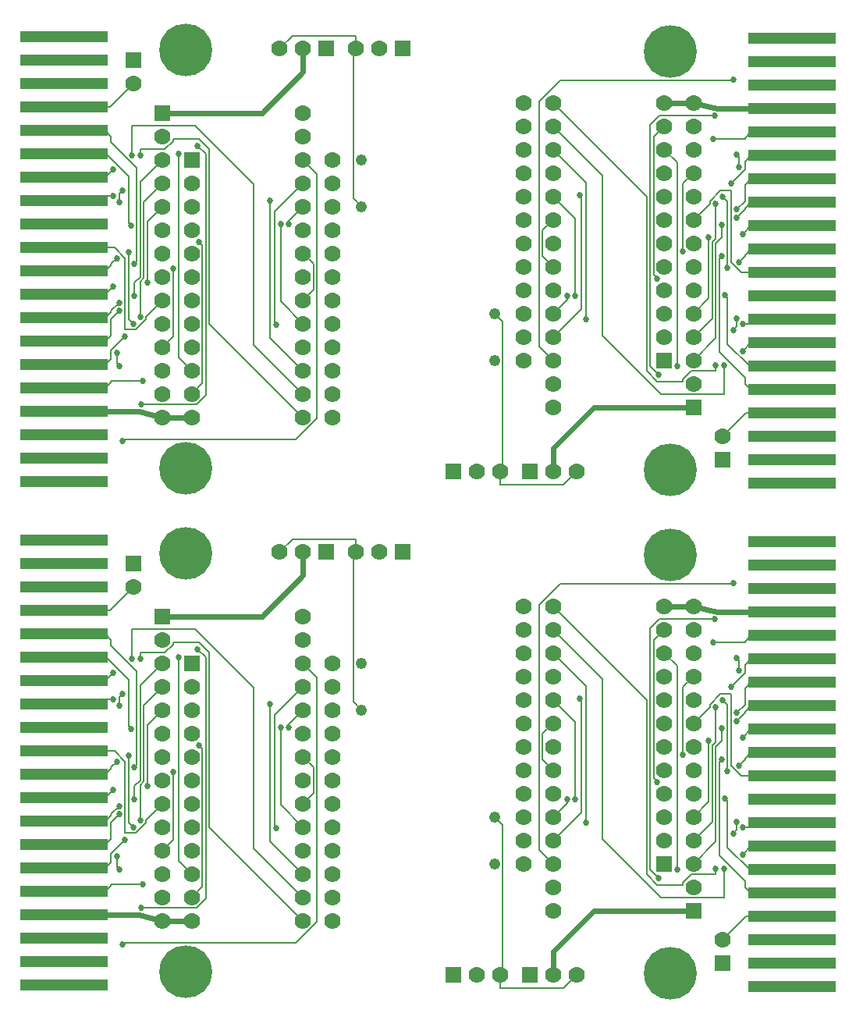
<source format=gbr>
%TF.GenerationSoftware,KiCad,Pcbnew,(5.1.10)-1*%
%TF.CreationDate,2022-10-07T13:26:38-03:00*%
%TF.ProjectId,CoCoEPROMpak,436f436f-4550-4524-9f4d-70616b2e6b69,rev?*%
%TF.SameCoordinates,Original*%
%TF.FileFunction,Copper,L2,Bot*%
%TF.FilePolarity,Positive*%
%FSLAX46Y46*%
G04 Gerber Fmt 4.6, Leading zero omitted, Abs format (unit mm)*
G04 Created by KiCad (PCBNEW (5.1.10)-1) date 2022-10-07 13:26:38*
%MOMM*%
%LPD*%
G01*
G04 APERTURE LIST*
%TA.AperFunction,ComponentPad*%
%ADD10C,1.219200*%
%TD*%
%TA.AperFunction,ComponentPad*%
%ADD11R,1.778000X1.778000*%
%TD*%
%TA.AperFunction,ComponentPad*%
%ADD12C,1.778000*%
%TD*%
%TA.AperFunction,SMDPad,CuDef*%
%ADD13R,9.525000X1.270000*%
%TD*%
%TA.AperFunction,ComponentPad*%
%ADD14C,5.715000*%
%TD*%
%TA.AperFunction,ViaPad*%
%ADD15C,0.685800*%
%TD*%
%TA.AperFunction,Conductor*%
%ADD16C,0.609600*%
%TD*%
%TA.AperFunction,Conductor*%
%ADD17C,0.152400*%
%TD*%
G04 APERTURE END LIST*
D10*
%TO.P,C1,1*%
%TO.N,+5V*%
X134213600Y-130263900D03*
%TO.P,C1,2*%
%TO.N,GND*%
X134213600Y-125183900D03*
%TD*%
D11*
%TO.P,U2,1*%
%TO.N,Net-(JP3-Pad2)*%
X155803600Y-135343900D03*
D12*
%TO.P,U2,2*%
%TO.N,/A12*%
X155803600Y-132803900D03*
%TO.P,U2,7*%
%TO.N,/A3*%
X155803600Y-120103900D03*
%TO.P,U2,8*%
%TO.N,/A2*%
X155803600Y-117563900D03*
%TO.P,U2,3*%
%TO.N,/A7*%
X155803600Y-130263900D03*
%TO.P,U2,4*%
%TO.N,/A6*%
X155803600Y-127723900D03*
%TO.P,U2,6*%
%TO.N,/A4*%
X155803600Y-122643900D03*
%TO.P,U2,5*%
%TO.N,/A5*%
X155803600Y-125183900D03*
%TO.P,U2,9*%
%TO.N,/A1*%
X155803600Y-115023900D03*
%TO.P,U2,10*%
%TO.N,/A0*%
X155803600Y-112483900D03*
%TO.P,U2,11*%
%TO.N,/D0*%
X155803600Y-109943900D03*
%TO.P,U2,12*%
%TO.N,/D1*%
X155803600Y-107403900D03*
%TO.P,U2,13*%
%TO.N,/D2*%
X155803600Y-104863900D03*
%TO.P,U2,14*%
%TO.N,GND*%
X155803600Y-102323900D03*
%TO.P,U2,15*%
%TO.N,/D3*%
X140563600Y-102323900D03*
%TO.P,U2,16*%
%TO.N,/D4*%
X140563600Y-104863900D03*
%TO.P,U2,17*%
%TO.N,/D5*%
X140563600Y-107403900D03*
%TO.P,U2,18*%
%TO.N,/D6*%
X140563600Y-109943900D03*
%TO.P,U2,19*%
%TO.N,/D7*%
X140563600Y-112483900D03*
%TO.P,U2,20*%
%TO.N,Net-(P1-Pad32)*%
X140563600Y-115023900D03*
%TO.P,U2,21*%
%TO.N,/A10*%
X140563600Y-117563900D03*
%TO.P,U2,22*%
%TO.N,Net-(P1-Pad32)*%
X140563600Y-120103900D03*
%TO.P,U2,23*%
%TO.N,/A11*%
X140563600Y-122643900D03*
%TO.P,U2,24*%
%TO.N,/A9*%
X140563600Y-125183900D03*
%TO.P,U2,25*%
%TO.N,/A8*%
X140563600Y-127723900D03*
%TO.P,U2,26*%
%TO.N,/A13*%
X140563600Y-130263900D03*
%TO.P,U2,27*%
%TO.N,Net-(JP2-Pad2)*%
X140563600Y-132803900D03*
%TO.P,U2,28*%
%TO.N,+5V*%
X140563600Y-135343900D03*
%TD*%
D11*
%TO.P,JP1,1*%
%TO.N,Net-(JP1-Pad1)*%
X158978600Y-141058900D03*
D12*
%TO.P,JP1,2*%
%TO.N,Net-(JP1-Pad2)*%
X158978600Y-138518900D03*
%TD*%
D13*
%TO.P,P1,2*%
%TO.N,Net-(P1-Pad2)*%
X166471600Y-143598900D03*
%TO.P,P1,4*%
%TO.N,Net-(P1-Pad4)*%
X166471600Y-141058900D03*
%TO.P,P1,6*%
%TO.N,Net-(P1-Pad6)*%
X166471600Y-138518900D03*
%TO.P,P1,8*%
%TO.N,Net-(JP1-Pad2)*%
X166471600Y-135978900D03*
%TO.P,P1,10*%
%TO.N,/D0*%
X166471600Y-133438900D03*
%TO.P,P1,12*%
%TO.N,/D2*%
X166471600Y-130898900D03*
%TO.P,P1,14*%
%TO.N,/D4*%
X166471600Y-128358900D03*
%TO.P,P1,16*%
%TO.N,/D6*%
X166471600Y-125818900D03*
%TO.P,P1,18*%
%TO.N,Net-(P1-Pad18)*%
X166471600Y-123278900D03*
%TO.P,P1,20*%
%TO.N,/A1*%
X166471600Y-120738900D03*
%TO.P,P1,22*%
%TO.N,/A3*%
X166471600Y-118198900D03*
%TO.P,P1,24*%
%TO.N,/A5*%
X166471600Y-115658900D03*
%TO.P,P1,26*%
%TO.N,/A7*%
X166471600Y-113118900D03*
%TO.P,P1,28*%
%TO.N,/A9*%
X166471600Y-110578900D03*
%TO.P,P1,30*%
%TO.N,/A11*%
X166471600Y-108038900D03*
%TO.P,P1,32*%
%TO.N,Net-(P1-Pad32)*%
X166471600Y-105498900D03*
%TO.P,P1,34*%
%TO.N,GND*%
X166471600Y-102958900D03*
%TO.P,P1,36*%
%TO.N,Net-(P1-Pad36)*%
X166471600Y-100418900D03*
%TO.P,P1,38*%
%TO.N,Net-(P1-Pad38)*%
X166471600Y-97878900D03*
%TO.P,P1,40*%
%TO.N,Net-(P1-Pad40)*%
X166471600Y-95338900D03*
D14*
%TO.P,P1,MTG1*%
%TO.N,Net-(P1-PadMTG1)*%
X153263600Y-142138400D03*
%TO.P,P1,MTG2*%
%TO.N,Net-(P1-PadMTG2)*%
X153263600Y-96799400D03*
%TD*%
D11*
%TO.P,JP3,1*%
%TO.N,+5V*%
X138023600Y-142328900D03*
D12*
%TO.P,JP3,2*%
%TO.N,Net-(JP3-Pad2)*%
X140563600Y-142328900D03*
%TO.P,JP3,3*%
%TO.N,GND*%
X143103600Y-142328900D03*
%TD*%
D11*
%TO.P,JP2,1*%
%TO.N,+5V*%
X129768600Y-142328900D03*
D12*
%TO.P,JP2,2*%
%TO.N,Net-(JP2-Pad2)*%
X132308600Y-142328900D03*
%TO.P,JP2,3*%
%TO.N,GND*%
X134848600Y-142328900D03*
%TD*%
D11*
%TO.P,U1,1*%
%TO.N,/A7*%
X152628600Y-130263900D03*
D12*
%TO.P,U1,2*%
%TO.N,/A6*%
X152628600Y-127723900D03*
%TO.P,U1,7*%
%TO.N,/A1*%
X152628600Y-115023900D03*
%TO.P,U1,8*%
%TO.N,/A0*%
X152628600Y-112483900D03*
%TO.P,U1,3*%
%TO.N,/A5*%
X152628600Y-125183900D03*
%TO.P,U1,4*%
%TO.N,/A4*%
X152628600Y-122643900D03*
%TO.P,U1,6*%
%TO.N,/A2*%
X152628600Y-117563900D03*
%TO.P,U1,5*%
%TO.N,/A3*%
X152628600Y-120103900D03*
%TO.P,U1,9*%
%TO.N,/D0*%
X152628600Y-109943900D03*
%TO.P,U1,10*%
%TO.N,/D1*%
X152628600Y-107403900D03*
%TO.P,U1,11*%
%TO.N,/D2*%
X152628600Y-104863900D03*
%TO.P,U1,12*%
%TO.N,GND*%
X152628600Y-102323900D03*
%TO.P,U1,13*%
%TO.N,/D3*%
X137388600Y-102323900D03*
%TO.P,U1,14*%
%TO.N,/D4*%
X137388600Y-104863900D03*
%TO.P,U1,15*%
%TO.N,/D5*%
X137388600Y-107403900D03*
%TO.P,U1,16*%
%TO.N,/D6*%
X137388600Y-109943900D03*
%TO.P,U1,17*%
%TO.N,/D7*%
X137388600Y-112483900D03*
%TO.P,U1,18*%
%TO.N,Net-(P1-Pad32)*%
X137388600Y-115023900D03*
%TO.P,U1,19*%
%TO.N,/A10*%
X137388600Y-117563900D03*
%TO.P,U1,20*%
%TO.N,Net-(P1-Pad32)*%
X137388600Y-120103900D03*
%TO.P,U1,21*%
%TO.N,/A11*%
X137388600Y-122643900D03*
%TO.P,U1,22*%
%TO.N,/A9*%
X137388600Y-125183900D03*
%TO.P,U1,23*%
%TO.N,/A8*%
X137388600Y-127723900D03*
%TO.P,U1,24*%
%TO.N,+5V*%
X137388600Y-130263900D03*
%TD*%
D14*
%TO.P,P1,MTG2*%
%TO.N,Net-(P1-PadMTG2)*%
X153263600Y-42189400D03*
%TO.P,P1,MTG1*%
%TO.N,Net-(P1-PadMTG1)*%
X153263600Y-87528400D03*
D13*
%TO.P,P1,40*%
%TO.N,Net-(P1-Pad40)*%
X166471600Y-40728900D03*
%TO.P,P1,38*%
%TO.N,Net-(P1-Pad38)*%
X166471600Y-43268900D03*
%TO.P,P1,36*%
%TO.N,Net-(P1-Pad36)*%
X166471600Y-45808900D03*
%TO.P,P1,34*%
%TO.N,GND*%
X166471600Y-48348900D03*
%TO.P,P1,32*%
%TO.N,Net-(P1-Pad32)*%
X166471600Y-50888900D03*
%TO.P,P1,30*%
%TO.N,/A11*%
X166471600Y-53428900D03*
%TO.P,P1,28*%
%TO.N,/A9*%
X166471600Y-55968900D03*
%TO.P,P1,26*%
%TO.N,/A7*%
X166471600Y-58508900D03*
%TO.P,P1,24*%
%TO.N,/A5*%
X166471600Y-61048900D03*
%TO.P,P1,22*%
%TO.N,/A3*%
X166471600Y-63588900D03*
%TO.P,P1,20*%
%TO.N,/A1*%
X166471600Y-66128900D03*
%TO.P,P1,18*%
%TO.N,Net-(P1-Pad18)*%
X166471600Y-68668900D03*
%TO.P,P1,16*%
%TO.N,/D6*%
X166471600Y-71208900D03*
%TO.P,P1,14*%
%TO.N,/D4*%
X166471600Y-73748900D03*
%TO.P,P1,12*%
%TO.N,/D2*%
X166471600Y-76288900D03*
%TO.P,P1,10*%
%TO.N,/D0*%
X166471600Y-78828900D03*
%TO.P,P1,8*%
%TO.N,Net-(JP1-Pad2)*%
X166471600Y-81368900D03*
%TO.P,P1,6*%
%TO.N,Net-(P1-Pad6)*%
X166471600Y-83908900D03*
%TO.P,P1,4*%
%TO.N,Net-(P1-Pad4)*%
X166471600Y-86448900D03*
%TO.P,P1,2*%
%TO.N,Net-(P1-Pad2)*%
X166471600Y-88988900D03*
%TD*%
D12*
%TO.P,U1,24*%
%TO.N,+5V*%
X137388600Y-75653900D03*
%TO.P,U1,23*%
%TO.N,/A8*%
X137388600Y-73113900D03*
%TO.P,U1,22*%
%TO.N,/A9*%
X137388600Y-70573900D03*
%TO.P,U1,21*%
%TO.N,/A11*%
X137388600Y-68033900D03*
%TO.P,U1,20*%
%TO.N,Net-(P1-Pad32)*%
X137388600Y-65493900D03*
%TO.P,U1,19*%
%TO.N,/A10*%
X137388600Y-62953900D03*
%TO.P,U1,18*%
%TO.N,Net-(P1-Pad32)*%
X137388600Y-60413900D03*
%TO.P,U1,17*%
%TO.N,/D7*%
X137388600Y-57873900D03*
%TO.P,U1,16*%
%TO.N,/D6*%
X137388600Y-55333900D03*
%TO.P,U1,15*%
%TO.N,/D5*%
X137388600Y-52793900D03*
%TO.P,U1,14*%
%TO.N,/D4*%
X137388600Y-50253900D03*
%TO.P,U1,13*%
%TO.N,/D3*%
X137388600Y-47713900D03*
%TO.P,U1,12*%
%TO.N,GND*%
X152628600Y-47713900D03*
%TO.P,U1,11*%
%TO.N,/D2*%
X152628600Y-50253900D03*
%TO.P,U1,10*%
%TO.N,/D1*%
X152628600Y-52793900D03*
%TO.P,U1,9*%
%TO.N,/D0*%
X152628600Y-55333900D03*
%TO.P,U1,5*%
%TO.N,/A3*%
X152628600Y-65493900D03*
%TO.P,U1,6*%
%TO.N,/A2*%
X152628600Y-62953900D03*
%TO.P,U1,4*%
%TO.N,/A4*%
X152628600Y-68033900D03*
%TO.P,U1,3*%
%TO.N,/A5*%
X152628600Y-70573900D03*
%TO.P,U1,8*%
%TO.N,/A0*%
X152628600Y-57873900D03*
%TO.P,U1,7*%
%TO.N,/A1*%
X152628600Y-60413900D03*
%TO.P,U1,2*%
%TO.N,/A6*%
X152628600Y-73113900D03*
D11*
%TO.P,U1,1*%
%TO.N,/A7*%
X152628600Y-75653900D03*
%TD*%
D12*
%TO.P,JP1,2*%
%TO.N,Net-(JP1-Pad2)*%
X158978600Y-83908900D03*
D11*
%TO.P,JP1,1*%
%TO.N,Net-(JP1-Pad1)*%
X158978600Y-86448900D03*
%TD*%
D10*
%TO.P,C1,2*%
%TO.N,GND*%
X134213600Y-70573900D03*
%TO.P,C1,1*%
%TO.N,+5V*%
X134213600Y-75653900D03*
%TD*%
D12*
%TO.P,U2,28*%
%TO.N,+5V*%
X140563600Y-80733900D03*
%TO.P,U2,27*%
%TO.N,Net-(JP2-Pad2)*%
X140563600Y-78193900D03*
%TO.P,U2,26*%
%TO.N,/A13*%
X140563600Y-75653900D03*
%TO.P,U2,25*%
%TO.N,/A8*%
X140563600Y-73113900D03*
%TO.P,U2,24*%
%TO.N,/A9*%
X140563600Y-70573900D03*
%TO.P,U2,23*%
%TO.N,/A11*%
X140563600Y-68033900D03*
%TO.P,U2,22*%
%TO.N,Net-(P1-Pad32)*%
X140563600Y-65493900D03*
%TO.P,U2,21*%
%TO.N,/A10*%
X140563600Y-62953900D03*
%TO.P,U2,20*%
%TO.N,Net-(P1-Pad32)*%
X140563600Y-60413900D03*
%TO.P,U2,19*%
%TO.N,/D7*%
X140563600Y-57873900D03*
%TO.P,U2,18*%
%TO.N,/D6*%
X140563600Y-55333900D03*
%TO.P,U2,17*%
%TO.N,/D5*%
X140563600Y-52793900D03*
%TO.P,U2,16*%
%TO.N,/D4*%
X140563600Y-50253900D03*
%TO.P,U2,15*%
%TO.N,/D3*%
X140563600Y-47713900D03*
%TO.P,U2,14*%
%TO.N,GND*%
X155803600Y-47713900D03*
%TO.P,U2,13*%
%TO.N,/D2*%
X155803600Y-50253900D03*
%TO.P,U2,12*%
%TO.N,/D1*%
X155803600Y-52793900D03*
%TO.P,U2,11*%
%TO.N,/D0*%
X155803600Y-55333900D03*
%TO.P,U2,10*%
%TO.N,/A0*%
X155803600Y-57873900D03*
%TO.P,U2,9*%
%TO.N,/A1*%
X155803600Y-60413900D03*
%TO.P,U2,5*%
%TO.N,/A5*%
X155803600Y-70573900D03*
%TO.P,U2,6*%
%TO.N,/A4*%
X155803600Y-68033900D03*
%TO.P,U2,4*%
%TO.N,/A6*%
X155803600Y-73113900D03*
%TO.P,U2,3*%
%TO.N,/A7*%
X155803600Y-75653900D03*
%TO.P,U2,8*%
%TO.N,/A2*%
X155803600Y-62953900D03*
%TO.P,U2,7*%
%TO.N,/A3*%
X155803600Y-65493900D03*
%TO.P,U2,2*%
%TO.N,/A12*%
X155803600Y-78193900D03*
D11*
%TO.P,U2,1*%
%TO.N,Net-(JP3-Pad2)*%
X155803600Y-80733900D03*
%TD*%
D12*
%TO.P,JP3,3*%
%TO.N,GND*%
X143103600Y-87718900D03*
%TO.P,JP3,2*%
%TO.N,Net-(JP3-Pad2)*%
X140563600Y-87718900D03*
D11*
%TO.P,JP3,1*%
%TO.N,+5V*%
X138023600Y-87718900D03*
%TD*%
D12*
%TO.P,JP2,3*%
%TO.N,GND*%
X134848600Y-87718900D03*
%TO.P,JP2,2*%
%TO.N,Net-(JP2-Pad2)*%
X132308600Y-87718900D03*
D11*
%TO.P,JP2,1*%
%TO.N,+5V*%
X129768600Y-87718900D03*
%TD*%
D10*
%TO.P,C1,1*%
%TO.N,+5V*%
X119786400Y-108496100D03*
%TO.P,C1,2*%
%TO.N,GND*%
X119786400Y-113576100D03*
%TD*%
D11*
%TO.P,U2,1*%
%TO.N,Net-(JP3-Pad2)*%
X98196400Y-103416100D03*
D12*
%TO.P,U2,2*%
%TO.N,/A12*%
X98196400Y-105956100D03*
%TO.P,U2,7*%
%TO.N,/A3*%
X98196400Y-118656100D03*
%TO.P,U2,8*%
%TO.N,/A2*%
X98196400Y-121196100D03*
%TO.P,U2,3*%
%TO.N,/A7*%
X98196400Y-108496100D03*
%TO.P,U2,4*%
%TO.N,/A6*%
X98196400Y-111036100D03*
%TO.P,U2,6*%
%TO.N,/A4*%
X98196400Y-116116100D03*
%TO.P,U2,5*%
%TO.N,/A5*%
X98196400Y-113576100D03*
%TO.P,U2,9*%
%TO.N,/A1*%
X98196400Y-123736100D03*
%TO.P,U2,10*%
%TO.N,/A0*%
X98196400Y-126276100D03*
%TO.P,U2,11*%
%TO.N,/D0*%
X98196400Y-128816100D03*
%TO.P,U2,12*%
%TO.N,/D1*%
X98196400Y-131356100D03*
%TO.P,U2,13*%
%TO.N,/D2*%
X98196400Y-133896100D03*
%TO.P,U2,14*%
%TO.N,GND*%
X98196400Y-136436100D03*
%TO.P,U2,15*%
%TO.N,/D3*%
X113436400Y-136436100D03*
%TO.P,U2,16*%
%TO.N,/D4*%
X113436400Y-133896100D03*
%TO.P,U2,17*%
%TO.N,/D5*%
X113436400Y-131356100D03*
%TO.P,U2,18*%
%TO.N,/D6*%
X113436400Y-128816100D03*
%TO.P,U2,19*%
%TO.N,/D7*%
X113436400Y-126276100D03*
%TO.P,U2,20*%
%TO.N,Net-(P1-Pad32)*%
X113436400Y-123736100D03*
%TO.P,U2,21*%
%TO.N,/A10*%
X113436400Y-121196100D03*
%TO.P,U2,22*%
%TO.N,Net-(P1-Pad32)*%
X113436400Y-118656100D03*
%TO.P,U2,23*%
%TO.N,/A11*%
X113436400Y-116116100D03*
%TO.P,U2,24*%
%TO.N,/A9*%
X113436400Y-113576100D03*
%TO.P,U2,25*%
%TO.N,/A8*%
X113436400Y-111036100D03*
%TO.P,U2,26*%
%TO.N,/A13*%
X113436400Y-108496100D03*
%TO.P,U2,27*%
%TO.N,Net-(JP2-Pad2)*%
X113436400Y-105956100D03*
%TO.P,U2,28*%
%TO.N,+5V*%
X113436400Y-103416100D03*
%TD*%
D11*
%TO.P,JP1,1*%
%TO.N,Net-(JP1-Pad1)*%
X95021400Y-97701100D03*
D12*
%TO.P,JP1,2*%
%TO.N,Net-(JP1-Pad2)*%
X95021400Y-100241100D03*
%TD*%
D13*
%TO.P,P1,2*%
%TO.N,Net-(P1-Pad2)*%
X87528400Y-95161100D03*
%TO.P,P1,4*%
%TO.N,Net-(P1-Pad4)*%
X87528400Y-97701100D03*
%TO.P,P1,6*%
%TO.N,Net-(P1-Pad6)*%
X87528400Y-100241100D03*
%TO.P,P1,8*%
%TO.N,Net-(JP1-Pad2)*%
X87528400Y-102781100D03*
%TO.P,P1,10*%
%TO.N,/D0*%
X87528400Y-105321100D03*
%TO.P,P1,12*%
%TO.N,/D2*%
X87528400Y-107861100D03*
%TO.P,P1,14*%
%TO.N,/D4*%
X87528400Y-110401100D03*
%TO.P,P1,16*%
%TO.N,/D6*%
X87528400Y-112941100D03*
%TO.P,P1,18*%
%TO.N,Net-(P1-Pad18)*%
X87528400Y-115481100D03*
%TO.P,P1,20*%
%TO.N,/A1*%
X87528400Y-118021100D03*
%TO.P,P1,22*%
%TO.N,/A3*%
X87528400Y-120561100D03*
%TO.P,P1,24*%
%TO.N,/A5*%
X87528400Y-123101100D03*
%TO.P,P1,26*%
%TO.N,/A7*%
X87528400Y-125641100D03*
%TO.P,P1,28*%
%TO.N,/A9*%
X87528400Y-128181100D03*
%TO.P,P1,30*%
%TO.N,/A11*%
X87528400Y-130721100D03*
%TO.P,P1,32*%
%TO.N,Net-(P1-Pad32)*%
X87528400Y-133261100D03*
%TO.P,P1,34*%
%TO.N,GND*%
X87528400Y-135801100D03*
%TO.P,P1,36*%
%TO.N,Net-(P1-Pad36)*%
X87528400Y-138341100D03*
%TO.P,P1,38*%
%TO.N,Net-(P1-Pad38)*%
X87528400Y-140881100D03*
%TO.P,P1,40*%
%TO.N,Net-(P1-Pad40)*%
X87528400Y-143421100D03*
D14*
%TO.P,P1,MTG1*%
%TO.N,Net-(P1-PadMTG1)*%
X100736400Y-96621600D03*
%TO.P,P1,MTG2*%
%TO.N,Net-(P1-PadMTG2)*%
X100736400Y-141960600D03*
%TD*%
D11*
%TO.P,JP3,1*%
%TO.N,+5V*%
X115976400Y-96431100D03*
D12*
%TO.P,JP3,2*%
%TO.N,Net-(JP3-Pad2)*%
X113436400Y-96431100D03*
%TO.P,JP3,3*%
%TO.N,GND*%
X110896400Y-96431100D03*
%TD*%
D11*
%TO.P,JP2,1*%
%TO.N,+5V*%
X124231400Y-96431100D03*
D12*
%TO.P,JP2,2*%
%TO.N,Net-(JP2-Pad2)*%
X121691400Y-96431100D03*
%TO.P,JP2,3*%
%TO.N,GND*%
X119151400Y-96431100D03*
%TD*%
D11*
%TO.P,U1,1*%
%TO.N,/A7*%
X101371400Y-108496100D03*
D12*
%TO.P,U1,2*%
%TO.N,/A6*%
X101371400Y-111036100D03*
%TO.P,U1,7*%
%TO.N,/A1*%
X101371400Y-123736100D03*
%TO.P,U1,8*%
%TO.N,/A0*%
X101371400Y-126276100D03*
%TO.P,U1,3*%
%TO.N,/A5*%
X101371400Y-113576100D03*
%TO.P,U1,4*%
%TO.N,/A4*%
X101371400Y-116116100D03*
%TO.P,U1,6*%
%TO.N,/A2*%
X101371400Y-121196100D03*
%TO.P,U1,5*%
%TO.N,/A3*%
X101371400Y-118656100D03*
%TO.P,U1,9*%
%TO.N,/D0*%
X101371400Y-128816100D03*
%TO.P,U1,10*%
%TO.N,/D1*%
X101371400Y-131356100D03*
%TO.P,U1,11*%
%TO.N,/D2*%
X101371400Y-133896100D03*
%TO.P,U1,12*%
%TO.N,GND*%
X101371400Y-136436100D03*
%TO.P,U1,13*%
%TO.N,/D3*%
X116611400Y-136436100D03*
%TO.P,U1,14*%
%TO.N,/D4*%
X116611400Y-133896100D03*
%TO.P,U1,15*%
%TO.N,/D5*%
X116611400Y-131356100D03*
%TO.P,U1,16*%
%TO.N,/D6*%
X116611400Y-128816100D03*
%TO.P,U1,17*%
%TO.N,/D7*%
X116611400Y-126276100D03*
%TO.P,U1,18*%
%TO.N,Net-(P1-Pad32)*%
X116611400Y-123736100D03*
%TO.P,U1,19*%
%TO.N,/A10*%
X116611400Y-121196100D03*
%TO.P,U1,20*%
%TO.N,Net-(P1-Pad32)*%
X116611400Y-118656100D03*
%TO.P,U1,21*%
%TO.N,/A11*%
X116611400Y-116116100D03*
%TO.P,U1,22*%
%TO.N,/A9*%
X116611400Y-113576100D03*
%TO.P,U1,23*%
%TO.N,/A8*%
X116611400Y-111036100D03*
%TO.P,U1,24*%
%TO.N,+5V*%
X116611400Y-108496100D03*
%TD*%
D14*
%TO.P,P1,MTG2*%
%TO.N,Net-(P1-PadMTG2)*%
X100736400Y-87350600D03*
%TO.P,P1,MTG1*%
%TO.N,Net-(P1-PadMTG1)*%
X100736400Y-42011600D03*
D13*
%TO.P,P1,40*%
%TO.N,Net-(P1-Pad40)*%
X87528400Y-88811100D03*
%TO.P,P1,38*%
%TO.N,Net-(P1-Pad38)*%
X87528400Y-86271100D03*
%TO.P,P1,36*%
%TO.N,Net-(P1-Pad36)*%
X87528400Y-83731100D03*
%TO.P,P1,34*%
%TO.N,GND*%
X87528400Y-81191100D03*
%TO.P,P1,32*%
%TO.N,Net-(P1-Pad32)*%
X87528400Y-78651100D03*
%TO.P,P1,30*%
%TO.N,/A11*%
X87528400Y-76111100D03*
%TO.P,P1,28*%
%TO.N,/A9*%
X87528400Y-73571100D03*
%TO.P,P1,26*%
%TO.N,/A7*%
X87528400Y-71031100D03*
%TO.P,P1,24*%
%TO.N,/A5*%
X87528400Y-68491100D03*
%TO.P,P1,22*%
%TO.N,/A3*%
X87528400Y-65951100D03*
%TO.P,P1,20*%
%TO.N,/A1*%
X87528400Y-63411100D03*
%TO.P,P1,18*%
%TO.N,Net-(P1-Pad18)*%
X87528400Y-60871100D03*
%TO.P,P1,16*%
%TO.N,/D6*%
X87528400Y-58331100D03*
%TO.P,P1,14*%
%TO.N,/D4*%
X87528400Y-55791100D03*
%TO.P,P1,12*%
%TO.N,/D2*%
X87528400Y-53251100D03*
%TO.P,P1,10*%
%TO.N,/D0*%
X87528400Y-50711100D03*
%TO.P,P1,8*%
%TO.N,Net-(JP1-Pad2)*%
X87528400Y-48171100D03*
%TO.P,P1,6*%
%TO.N,Net-(P1-Pad6)*%
X87528400Y-45631100D03*
%TO.P,P1,4*%
%TO.N,Net-(P1-Pad4)*%
X87528400Y-43091100D03*
%TO.P,P1,2*%
%TO.N,Net-(P1-Pad2)*%
X87528400Y-40551100D03*
%TD*%
D12*
%TO.P,U1,24*%
%TO.N,+5V*%
X116611400Y-53886100D03*
%TO.P,U1,23*%
%TO.N,/A8*%
X116611400Y-56426100D03*
%TO.P,U1,22*%
%TO.N,/A9*%
X116611400Y-58966100D03*
%TO.P,U1,21*%
%TO.N,/A11*%
X116611400Y-61506100D03*
%TO.P,U1,20*%
%TO.N,Net-(P1-Pad32)*%
X116611400Y-64046100D03*
%TO.P,U1,19*%
%TO.N,/A10*%
X116611400Y-66586100D03*
%TO.P,U1,18*%
%TO.N,Net-(P1-Pad32)*%
X116611400Y-69126100D03*
%TO.P,U1,17*%
%TO.N,/D7*%
X116611400Y-71666100D03*
%TO.P,U1,16*%
%TO.N,/D6*%
X116611400Y-74206100D03*
%TO.P,U1,15*%
%TO.N,/D5*%
X116611400Y-76746100D03*
%TO.P,U1,14*%
%TO.N,/D4*%
X116611400Y-79286100D03*
%TO.P,U1,13*%
%TO.N,/D3*%
X116611400Y-81826100D03*
%TO.P,U1,12*%
%TO.N,GND*%
X101371400Y-81826100D03*
%TO.P,U1,11*%
%TO.N,/D2*%
X101371400Y-79286100D03*
%TO.P,U1,10*%
%TO.N,/D1*%
X101371400Y-76746100D03*
%TO.P,U1,9*%
%TO.N,/D0*%
X101371400Y-74206100D03*
%TO.P,U1,5*%
%TO.N,/A3*%
X101371400Y-64046100D03*
%TO.P,U1,6*%
%TO.N,/A2*%
X101371400Y-66586100D03*
%TO.P,U1,4*%
%TO.N,/A4*%
X101371400Y-61506100D03*
%TO.P,U1,3*%
%TO.N,/A5*%
X101371400Y-58966100D03*
%TO.P,U1,8*%
%TO.N,/A0*%
X101371400Y-71666100D03*
%TO.P,U1,7*%
%TO.N,/A1*%
X101371400Y-69126100D03*
%TO.P,U1,2*%
%TO.N,/A6*%
X101371400Y-56426100D03*
D11*
%TO.P,U1,1*%
%TO.N,/A7*%
X101371400Y-53886100D03*
%TD*%
D10*
%TO.P,C1,2*%
%TO.N,GND*%
X119786400Y-58966100D03*
%TO.P,C1,1*%
%TO.N,+5V*%
X119786400Y-53886100D03*
%TD*%
D12*
%TO.P,JP1,2*%
%TO.N,Net-(JP1-Pad2)*%
X95021400Y-45631100D03*
D11*
%TO.P,JP1,1*%
%TO.N,Net-(JP1-Pad1)*%
X95021400Y-43091100D03*
%TD*%
D12*
%TO.P,U2,28*%
%TO.N,+5V*%
X113436400Y-48806100D03*
%TO.P,U2,27*%
%TO.N,Net-(JP2-Pad2)*%
X113436400Y-51346100D03*
%TO.P,U2,26*%
%TO.N,/A13*%
X113436400Y-53886100D03*
%TO.P,U2,25*%
%TO.N,/A8*%
X113436400Y-56426100D03*
%TO.P,U2,24*%
%TO.N,/A9*%
X113436400Y-58966100D03*
%TO.P,U2,23*%
%TO.N,/A11*%
X113436400Y-61506100D03*
%TO.P,U2,22*%
%TO.N,Net-(P1-Pad32)*%
X113436400Y-64046100D03*
%TO.P,U2,21*%
%TO.N,/A10*%
X113436400Y-66586100D03*
%TO.P,U2,20*%
%TO.N,Net-(P1-Pad32)*%
X113436400Y-69126100D03*
%TO.P,U2,19*%
%TO.N,/D7*%
X113436400Y-71666100D03*
%TO.P,U2,18*%
%TO.N,/D6*%
X113436400Y-74206100D03*
%TO.P,U2,17*%
%TO.N,/D5*%
X113436400Y-76746100D03*
%TO.P,U2,16*%
%TO.N,/D4*%
X113436400Y-79286100D03*
%TO.P,U2,15*%
%TO.N,/D3*%
X113436400Y-81826100D03*
%TO.P,U2,14*%
%TO.N,GND*%
X98196400Y-81826100D03*
%TO.P,U2,13*%
%TO.N,/D2*%
X98196400Y-79286100D03*
%TO.P,U2,12*%
%TO.N,/D1*%
X98196400Y-76746100D03*
%TO.P,U2,11*%
%TO.N,/D0*%
X98196400Y-74206100D03*
%TO.P,U2,10*%
%TO.N,/A0*%
X98196400Y-71666100D03*
%TO.P,U2,9*%
%TO.N,/A1*%
X98196400Y-69126100D03*
%TO.P,U2,5*%
%TO.N,/A5*%
X98196400Y-58966100D03*
%TO.P,U2,6*%
%TO.N,/A4*%
X98196400Y-61506100D03*
%TO.P,U2,4*%
%TO.N,/A6*%
X98196400Y-56426100D03*
%TO.P,U2,3*%
%TO.N,/A7*%
X98196400Y-53886100D03*
%TO.P,U2,8*%
%TO.N,/A2*%
X98196400Y-66586100D03*
%TO.P,U2,7*%
%TO.N,/A3*%
X98196400Y-64046100D03*
%TO.P,U2,2*%
%TO.N,/A12*%
X98196400Y-51346100D03*
D11*
%TO.P,U2,1*%
%TO.N,Net-(JP3-Pad2)*%
X98196400Y-48806100D03*
%TD*%
D12*
%TO.P,JP2,3*%
%TO.N,GND*%
X119151400Y-41821100D03*
%TO.P,JP2,2*%
%TO.N,Net-(JP2-Pad2)*%
X121691400Y-41821100D03*
D11*
%TO.P,JP2,1*%
%TO.N,+5V*%
X124231400Y-41821100D03*
%TD*%
D12*
%TO.P,JP3,3*%
%TO.N,GND*%
X110896400Y-41821100D03*
%TO.P,JP3,2*%
%TO.N,Net-(JP3-Pad2)*%
X113436400Y-41821100D03*
D11*
%TO.P,JP3,1*%
%TO.N,+5V*%
X115976400Y-41821100D03*
%TD*%
D15*
%TO.N,Net-(P1-Pad32)*%
X96037400Y-77889100D03*
X96037400Y-132499100D03*
X157962600Y-51650900D03*
X157962600Y-106260900D03*
%TO.N,/A0*%
X95021400Y-71666100D03*
X94513400Y-63919100D03*
%TO.N,/A3*%
X93243400Y-64554100D03*
%TO.N,/A5*%
X96545400Y-67221100D03*
X92862400Y-67602100D03*
%TO.N,/A6*%
X95783400Y-70904100D03*
%TO.N,/A7*%
X95148400Y-68618100D03*
X93497400Y-69380100D03*
%TO.N,/A8*%
X110515400Y-71793100D03*
X93497400Y-76238100D03*
X93243400Y-74841100D03*
%TO.N,/A9*%
X111912400Y-60871100D03*
X93497400Y-70269100D03*
%TO.N,/A11*%
X94132400Y-73063100D03*
X94132400Y-127673100D03*
X159867600Y-56476900D03*
X159867600Y-111086900D03*
%TO.N,/A9*%
X93497400Y-124879100D03*
X111912400Y-115481100D03*
X142087600Y-68668900D03*
X160502600Y-59270900D03*
X160502600Y-113880900D03*
X142087600Y-123278900D03*
%TO.N,/A7*%
X95148400Y-123228100D03*
X93497400Y-123990100D03*
X158851600Y-60921900D03*
X160502600Y-60159900D03*
X158851600Y-115531900D03*
X160502600Y-114769900D03*
%TO.N,/A5*%
X92862400Y-122212100D03*
X96545400Y-121831100D03*
X161137600Y-61937900D03*
X157454600Y-62318900D03*
X161137600Y-116547900D03*
X157454600Y-116928900D03*
%TO.N,/A3*%
X93243400Y-119164100D03*
X160756600Y-64985900D03*
X160756600Y-119595900D03*
%TO.N,/A12*%
X102006400Y-52362100D03*
X95910400Y-80429100D03*
%TO.N,/A13*%
X93878400Y-84366100D03*
%TO.N,/D0*%
X99339400Y-65697100D03*
X95148400Y-65189100D03*
%TO.N,/D1*%
X99974400Y-53251100D03*
%TO.N,/D2*%
X102133400Y-62776100D03*
X94767400Y-60998100D03*
%TO.N,/D3*%
X95783400Y-53378100D03*
%TO.N,/D4*%
X94894400Y-53378100D03*
X92862400Y-54902100D03*
%TO.N,/D5*%
X109880400Y-58331100D03*
X93878400Y-57188100D03*
X93497400Y-58458100D03*
%TO.N,/D6*%
X92862400Y-57823100D03*
X92862400Y-112433100D03*
X161137600Y-71716900D03*
X161137600Y-126326900D03*
%TO.N,/D4*%
X92862400Y-109512100D03*
X94894400Y-107988100D03*
X161137600Y-74637900D03*
X159105600Y-76161900D03*
X161137600Y-129247900D03*
X159105600Y-130771900D03*
%TO.N,/D2*%
X102133400Y-117386100D03*
X94767400Y-115608100D03*
X159232600Y-68541900D03*
X151866600Y-66763900D03*
X151866600Y-121373900D03*
X159232600Y-123151900D03*
%TO.N,/D0*%
X95148400Y-119799100D03*
X99339400Y-120307100D03*
X158851600Y-64350900D03*
X154660600Y-63842900D03*
X158851600Y-118960900D03*
X154660600Y-118452900D03*
%TO.N,/A13*%
X93878400Y-138976100D03*
X160121600Y-45173900D03*
X160121600Y-99783900D03*
%TO.N,/A12*%
X102006400Y-106972100D03*
X95910400Y-135039100D03*
X151993600Y-77177900D03*
X158089600Y-49110900D03*
X151993600Y-131787900D03*
X158089600Y-103720900D03*
%TO.N,/A8*%
X93243400Y-129451100D03*
X93497400Y-130848100D03*
X110515400Y-126403100D03*
X160756600Y-54698900D03*
X160502600Y-53301900D03*
X143484600Y-57746900D03*
X160756600Y-109308900D03*
X160502600Y-107911900D03*
X143484600Y-112356900D03*
%TO.N,/A6*%
X95783400Y-125514100D03*
X158216600Y-58635900D03*
X158216600Y-113245900D03*
%TO.N,/A0*%
X94513400Y-118529100D03*
X95021400Y-126276100D03*
X158978600Y-57873900D03*
X159486600Y-65620900D03*
X159486600Y-120230900D03*
X158978600Y-112483900D03*
%TO.N,/D7*%
X111023400Y-60871100D03*
X111023400Y-115481100D03*
X142976600Y-68668900D03*
X142976600Y-123278900D03*
%TO.N,/D5*%
X93497400Y-113068100D03*
X109880400Y-112941100D03*
X93878400Y-111798100D03*
X160502600Y-71081900D03*
X160121600Y-72351900D03*
X144119600Y-71208900D03*
X160502600Y-125691900D03*
X144119600Y-125818900D03*
X160121600Y-126961900D03*
%TO.N,/D3*%
X95783400Y-107988100D03*
X158216600Y-76161900D03*
X158216600Y-130771900D03*
%TO.N,/D1*%
X99974400Y-107861100D03*
X154025600Y-76288900D03*
X154025600Y-130898900D03*
%TD*%
D16*
%TO.N,GND*%
X87528400Y-81191100D02*
X95656400Y-81191100D01*
X95656400Y-81191100D02*
X98196400Y-81826100D01*
X101371400Y-81826100D02*
X98196400Y-81826100D01*
D17*
X112293400Y-40424100D02*
X110896400Y-41821100D01*
X119151400Y-40424100D02*
X112293400Y-40424100D01*
X119151400Y-41821100D02*
X119151400Y-40424100D01*
X118897400Y-42075100D02*
X119151400Y-41821100D01*
X118897400Y-58077100D02*
X118897400Y-42075100D01*
X119786400Y-58966100D02*
X118897400Y-58077100D01*
D16*
X87528400Y-135801100D02*
X95656400Y-135801100D01*
X95656400Y-135801100D02*
X98196400Y-136436100D01*
X101371400Y-136436100D02*
X98196400Y-136436100D01*
D17*
X119151400Y-96431100D02*
X119151400Y-95034100D01*
X112293400Y-95034100D02*
X110896400Y-96431100D01*
X119151400Y-95034100D02*
X112293400Y-95034100D01*
X118897400Y-96685100D02*
X119151400Y-96431100D01*
X119786400Y-113576100D02*
X118897400Y-112687100D01*
X118897400Y-112687100D02*
X118897400Y-96685100D01*
D16*
X166471600Y-102958900D02*
X158343600Y-102958900D01*
X158343600Y-102958900D02*
X155803600Y-102323900D01*
X152628600Y-102323900D02*
X155803600Y-102323900D01*
D17*
X134848600Y-142328900D02*
X134848600Y-143725900D01*
X141706600Y-143725900D02*
X143103600Y-142328900D01*
X134848600Y-143725900D02*
X141706600Y-143725900D01*
X135102600Y-142074900D02*
X134848600Y-142328900D01*
X134213600Y-125183900D02*
X135102600Y-126072900D01*
X135102600Y-126072900D02*
X135102600Y-142074900D01*
X141706600Y-89115900D02*
X143103600Y-87718900D01*
D16*
X158343600Y-48348900D02*
X155803600Y-47713900D01*
D17*
X134848600Y-89115900D02*
X141706600Y-89115900D01*
X135102600Y-87464900D02*
X134848600Y-87718900D01*
X134213600Y-70573900D02*
X135102600Y-71462900D01*
D16*
X166471600Y-48348900D02*
X158343600Y-48348900D01*
X152628600Y-47713900D02*
X155803600Y-47713900D01*
D17*
X134848600Y-87718900D02*
X134848600Y-89115900D01*
X135102600Y-71462900D02*
X135102600Y-87464900D01*
%TO.N,Net-(P1-Pad32)*%
X114579400Y-65189100D02*
X113436400Y-64046100D01*
X114579400Y-67983100D02*
X114579400Y-65189100D01*
X113436400Y-69126100D02*
X114579400Y-67983100D01*
X92608400Y-77889100D02*
X96037400Y-77889100D01*
X92608400Y-78016100D02*
X92608400Y-77889100D01*
X91973400Y-78651100D02*
X92608400Y-78016100D01*
X87528400Y-78651100D02*
X91973400Y-78651100D01*
X113436400Y-123736100D02*
X114579400Y-122593100D01*
X114579400Y-119799100D02*
X113436400Y-118656100D01*
X92608400Y-132499100D02*
X96037400Y-132499100D01*
X87528400Y-133261100D02*
X91973400Y-133261100D01*
X92608400Y-132626100D02*
X92608400Y-132499100D01*
X114579400Y-122593100D02*
X114579400Y-119799100D01*
X91973400Y-133261100D02*
X92608400Y-132626100D01*
X140563600Y-115023900D02*
X139420600Y-116166900D01*
X139420600Y-118960900D02*
X140563600Y-120103900D01*
X161391600Y-106260900D02*
X157962600Y-106260900D01*
X166471600Y-105498900D02*
X162026600Y-105498900D01*
X161391600Y-106133900D02*
X161391600Y-106260900D01*
X139420600Y-116166900D02*
X139420600Y-118960900D01*
X162026600Y-105498900D02*
X161391600Y-106133900D01*
X140563600Y-60413900D02*
X139420600Y-61556900D01*
X166471600Y-50888900D02*
X162026600Y-50888900D01*
X162026600Y-50888900D02*
X161391600Y-51523900D01*
X161391600Y-51650900D02*
X157962600Y-51650900D01*
X139420600Y-61556900D02*
X139420600Y-64350900D01*
X161391600Y-51523900D02*
X161391600Y-51650900D01*
X139420600Y-64350900D02*
X140563600Y-65493900D01*
%TO.N,Net-(JP1-Pad2)*%
X92481400Y-48171100D02*
X95021400Y-45631100D01*
X87528400Y-48171100D02*
X92481400Y-48171100D01*
%TO.N,/A0*%
X94513400Y-71158100D02*
X95021400Y-71666100D01*
X94513400Y-63919100D02*
X94513400Y-71158100D01*
%TO.N,/A1*%
X96418400Y-70904100D02*
X98196400Y-69126100D01*
X96418400Y-71158100D02*
X96418400Y-70904100D01*
X95275400Y-72301100D02*
X96418400Y-71158100D01*
X94132400Y-72301100D02*
X95275400Y-72301100D01*
X94132400Y-64554100D02*
X94132400Y-72301100D01*
X92989400Y-63411100D02*
X94132400Y-64554100D01*
X87528400Y-63411100D02*
X92989400Y-63411100D01*
%TO.N,/A3*%
X92608400Y-65189100D02*
X93243400Y-64554100D01*
X92608400Y-65316100D02*
X92608400Y-65189100D01*
X91973400Y-65951100D02*
X92608400Y-65316100D01*
X87528400Y-65951100D02*
X91973400Y-65951100D01*
%TO.N,/A5*%
X96545400Y-60617100D02*
X98196400Y-58966100D01*
X96545400Y-67221100D02*
X96545400Y-60617100D01*
X91973400Y-68491100D02*
X92862400Y-67602100D01*
X87528400Y-68491100D02*
X91973400Y-68491100D01*
%TO.N,/A6*%
X96164400Y-58458100D02*
X98196400Y-56426100D01*
X96164400Y-66713100D02*
X96164400Y-58458100D01*
X95783400Y-67094100D02*
X96164400Y-66713100D01*
X95783400Y-70904100D02*
X95783400Y-67094100D01*
%TO.N,/A7*%
X95783400Y-56299100D02*
X98196400Y-53886100D01*
X95783400Y-66586100D02*
X95783400Y-56299100D01*
X95148400Y-67221100D02*
X95783400Y-66586100D01*
X95148400Y-68618100D02*
X95148400Y-67221100D01*
X92608400Y-70269100D02*
X93497400Y-69380100D01*
X92608400Y-70396100D02*
X92608400Y-70269100D01*
X91973400Y-71031100D02*
X92608400Y-70396100D01*
X87528400Y-71031100D02*
X91973400Y-71031100D01*
%TO.N,/A8*%
X110388400Y-59474100D02*
X113436400Y-56426100D01*
X110388400Y-71666100D02*
X110388400Y-59474100D01*
X110515400Y-71793100D02*
X110388400Y-71666100D01*
X93243400Y-75984100D02*
X93497400Y-76238100D01*
X93243400Y-74841100D02*
X93243400Y-75984100D01*
%TO.N,/A9*%
X111912400Y-60490100D02*
X113436400Y-58966100D01*
X111912400Y-60871100D02*
X111912400Y-60490100D01*
X92608400Y-71158100D02*
X93497400Y-70269100D01*
X92608400Y-72936100D02*
X92608400Y-71158100D01*
X91973400Y-73571100D02*
X92608400Y-72936100D01*
X87528400Y-73571100D02*
X91973400Y-73571100D01*
%TO.N,/A11*%
X92608400Y-74587100D02*
X94132400Y-73063100D01*
X92608400Y-75476100D02*
X92608400Y-74587100D01*
X91973400Y-76111100D02*
X92608400Y-75476100D01*
X87528400Y-76111100D02*
X91973400Y-76111100D01*
X92608400Y-130086100D02*
X92608400Y-129197100D01*
X91973400Y-130721100D02*
X92608400Y-130086100D01*
X87528400Y-130721100D02*
X91973400Y-130721100D01*
X92608400Y-129197100D02*
X94132400Y-127673100D01*
X161391600Y-108673900D02*
X161391600Y-109562900D01*
X162026600Y-108038900D02*
X161391600Y-108673900D01*
X166471600Y-108038900D02*
X162026600Y-108038900D01*
X161391600Y-109562900D02*
X159867600Y-111086900D01*
X161391600Y-54063900D02*
X161391600Y-54952900D01*
X166471600Y-53428900D02*
X162026600Y-53428900D01*
X162026600Y-53428900D02*
X161391600Y-54063900D01*
X161391600Y-54952900D02*
X159867600Y-56476900D01*
%TO.N,/A9*%
X111912400Y-115100100D02*
X113436400Y-113576100D01*
X111912400Y-115481100D02*
X111912400Y-115100100D01*
X92608400Y-125768100D02*
X93497400Y-124879100D01*
X91973400Y-128181100D02*
X92608400Y-127546100D01*
X92608400Y-127546100D02*
X92608400Y-125768100D01*
X87528400Y-128181100D02*
X91973400Y-128181100D01*
X142087600Y-123659900D02*
X140563600Y-125183900D01*
X142087600Y-123278900D02*
X142087600Y-123659900D01*
X161391600Y-112991900D02*
X160502600Y-113880900D01*
X162026600Y-110578900D02*
X161391600Y-111213900D01*
X161391600Y-111213900D02*
X161391600Y-112991900D01*
X166471600Y-110578900D02*
X162026600Y-110578900D01*
X142087600Y-69049900D02*
X140563600Y-70573900D01*
X142087600Y-68668900D02*
X142087600Y-69049900D01*
X162026600Y-55968900D02*
X161391600Y-56603900D01*
X161391600Y-56603900D02*
X161391600Y-58381900D01*
X161391600Y-58381900D02*
X160502600Y-59270900D01*
X166471600Y-55968900D02*
X162026600Y-55968900D01*
%TO.N,/A7*%
X95783400Y-110909100D02*
X98196400Y-108496100D01*
X95148400Y-121831100D02*
X95783400Y-121196100D01*
X95148400Y-123228100D02*
X95148400Y-121831100D01*
X92608400Y-125006100D02*
X92608400Y-124879100D01*
X91973400Y-125641100D02*
X92608400Y-125006100D01*
X87528400Y-125641100D02*
X91973400Y-125641100D01*
X95783400Y-121196100D02*
X95783400Y-110909100D01*
X92608400Y-124879100D02*
X93497400Y-123990100D01*
X158216600Y-127850900D02*
X155803600Y-130263900D01*
X158851600Y-116928900D02*
X158216600Y-117563900D01*
X158851600Y-115531900D02*
X158851600Y-116928900D01*
X161391600Y-113753900D02*
X161391600Y-113880900D01*
X162026600Y-113118900D02*
X161391600Y-113753900D01*
X166471600Y-113118900D02*
X162026600Y-113118900D01*
X158216600Y-117563900D02*
X158216600Y-127850900D01*
X161391600Y-113880900D02*
X160502600Y-114769900D01*
X158216600Y-62953900D02*
X158216600Y-73240900D01*
X166471600Y-58508900D02*
X162026600Y-58508900D01*
X158851600Y-60921900D02*
X158851600Y-62318900D01*
X161391600Y-59143900D02*
X161391600Y-59270900D01*
X161391600Y-59270900D02*
X160502600Y-60159900D01*
X158851600Y-62318900D02*
X158216600Y-62953900D01*
X158216600Y-73240900D02*
X155803600Y-75653900D01*
X162026600Y-58508900D02*
X161391600Y-59143900D01*
%TO.N,/A5*%
X87528400Y-123101100D02*
X91973400Y-123101100D01*
X96545400Y-121831100D02*
X96545400Y-115227100D01*
X96545400Y-115227100D02*
X98196400Y-113576100D01*
X91973400Y-123101100D02*
X92862400Y-122212100D01*
X166471600Y-115658900D02*
X162026600Y-115658900D01*
X157454600Y-116928900D02*
X157454600Y-123532900D01*
X157454600Y-123532900D02*
X155803600Y-125183900D01*
X162026600Y-115658900D02*
X161137600Y-116547900D01*
X166471600Y-61048900D02*
X162026600Y-61048900D01*
X157454600Y-62318900D02*
X157454600Y-68922900D01*
X157454600Y-68922900D02*
X155803600Y-70573900D01*
X162026600Y-61048900D02*
X161137600Y-61937900D01*
%TO.N,/A3*%
X87528400Y-120561100D02*
X91973400Y-120561100D01*
X92608400Y-119799100D02*
X93243400Y-119164100D01*
X92608400Y-119926100D02*
X92608400Y-119799100D01*
X91973400Y-120561100D02*
X92608400Y-119926100D01*
X166471600Y-118198900D02*
X162026600Y-118198900D01*
X161391600Y-118960900D02*
X160756600Y-119595900D01*
X161391600Y-118833900D02*
X161391600Y-118960900D01*
X162026600Y-118198900D02*
X161391600Y-118833900D01*
X162026600Y-63588900D02*
X161391600Y-64223900D01*
X166471600Y-63588900D02*
X162026600Y-63588900D01*
X161391600Y-64350900D02*
X160756600Y-64985900D01*
X161391600Y-64223900D02*
X161391600Y-64350900D01*
%TO.N,/A1*%
X92989400Y-118021100D02*
X94132400Y-119164100D01*
X95275400Y-126911100D02*
X96418400Y-125768100D01*
X96418400Y-125514100D02*
X98196400Y-123736100D01*
X94132400Y-126911100D02*
X95275400Y-126911100D01*
X96418400Y-125768100D02*
X96418400Y-125514100D01*
X94132400Y-119164100D02*
X94132400Y-126911100D01*
X87528400Y-118021100D02*
X92989400Y-118021100D01*
X161010600Y-120738900D02*
X159867600Y-119595900D01*
X158724600Y-111848900D02*
X157581600Y-112991900D01*
X157581600Y-113245900D02*
X155803600Y-115023900D01*
X159867600Y-111848900D02*
X158724600Y-111848900D01*
X157581600Y-112991900D02*
X157581600Y-113245900D01*
X159867600Y-119595900D02*
X159867600Y-111848900D01*
X166471600Y-120738900D02*
X161010600Y-120738900D01*
X158724600Y-57238900D02*
X157581600Y-58381900D01*
X161010600Y-66128900D02*
X159867600Y-64985900D01*
X157581600Y-58635900D02*
X155803600Y-60413900D01*
X159867600Y-57238900D02*
X158724600Y-57238900D01*
X159867600Y-64985900D02*
X159867600Y-57238900D01*
X166471600Y-66128900D02*
X161010600Y-66128900D01*
X157581600Y-58381900D02*
X157581600Y-58635900D01*
%TO.N,/A12*%
X102895400Y-53251100D02*
X102006400Y-52362100D01*
X102895400Y-79413100D02*
X102895400Y-53251100D01*
X101879400Y-80429100D02*
X102895400Y-79413100D01*
X95910400Y-80429100D02*
X101879400Y-80429100D01*
%TO.N,/A13*%
X114960400Y-55410100D02*
X113436400Y-53886100D01*
X114960400Y-81953100D02*
X114960400Y-55410100D01*
X112674400Y-84239100D02*
X114960400Y-81953100D01*
X93878400Y-84239100D02*
X112674400Y-84239100D01*
X93878400Y-84366100D02*
X93878400Y-84239100D01*
%TO.N,/D0*%
X99339400Y-73063100D02*
X98196400Y-74206100D01*
X99339400Y-65697100D02*
X99339400Y-73063100D01*
X95402400Y-64935100D02*
X95148400Y-65189100D01*
X95402400Y-54775100D02*
X95402400Y-64935100D01*
X92608400Y-51981100D02*
X95402400Y-54775100D01*
X92608400Y-51346100D02*
X92608400Y-51981100D01*
X91973400Y-50711100D02*
X92608400Y-51346100D01*
X87528400Y-50711100D02*
X91973400Y-50711100D01*
%TO.N,/D1*%
X99974400Y-75349100D02*
X101371400Y-76746100D01*
X99974400Y-53251100D02*
X99974400Y-75349100D01*
%TO.N,/D2*%
X102514400Y-78143100D02*
X101371400Y-79286100D01*
X102514400Y-63157100D02*
X102514400Y-78143100D01*
X102133400Y-62776100D02*
X102514400Y-63157100D01*
X94513400Y-60744100D02*
X94767400Y-60998100D01*
X94513400Y-55664100D02*
X94513400Y-60744100D01*
X92100400Y-53251100D02*
X94513400Y-55664100D01*
X87528400Y-53251100D02*
X92100400Y-53251100D01*
%TO.N,/D3*%
X103276400Y-71666100D02*
X113436400Y-81826100D01*
X103276400Y-52743100D02*
X103276400Y-71666100D01*
X102133400Y-51600100D02*
X103276400Y-52743100D01*
X99339400Y-51600100D02*
X102133400Y-51600100D01*
X99339400Y-51854100D02*
X99339400Y-51600100D01*
X98450400Y-52743100D02*
X99339400Y-51854100D01*
X95783400Y-52743100D02*
X98450400Y-52743100D01*
X95783400Y-53378100D02*
X95783400Y-52743100D01*
%TO.N,/D4*%
X108102400Y-73952100D02*
X113436400Y-79286100D01*
X108102400Y-56553100D02*
X108102400Y-73952100D01*
X101752400Y-50203100D02*
X108102400Y-56553100D01*
X94894400Y-50203100D02*
X101752400Y-50203100D01*
X94894400Y-53378100D02*
X94894400Y-50203100D01*
X91973400Y-55791100D02*
X92862400Y-54902100D01*
X87528400Y-55791100D02*
X91973400Y-55791100D01*
%TO.N,/D5*%
X109880400Y-73190100D02*
X113436400Y-76746100D01*
X109880400Y-58331100D02*
X109880400Y-73190100D01*
X93497400Y-57569100D02*
X93878400Y-57188100D01*
X93497400Y-58458100D02*
X93497400Y-57569100D01*
%TO.N,/D6*%
X87528400Y-57823100D02*
X92862400Y-57823100D01*
X87528400Y-58331100D02*
X87528400Y-57823100D01*
X87528400Y-112433100D02*
X92862400Y-112433100D01*
X87528400Y-112941100D02*
X87528400Y-112433100D01*
X166471600Y-126326900D02*
X161137600Y-126326900D01*
X166471600Y-125818900D02*
X166471600Y-126326900D01*
X166471600Y-71716900D02*
X161137600Y-71716900D01*
X166471600Y-71208900D02*
X166471600Y-71716900D01*
%TO.N,/D4*%
X87528400Y-110401100D02*
X91973400Y-110401100D01*
X108102400Y-128562100D02*
X113436400Y-133896100D01*
X108102400Y-111163100D02*
X108102400Y-128562100D01*
X94894400Y-107988100D02*
X94894400Y-104813100D01*
X91973400Y-110401100D02*
X92862400Y-109512100D01*
X101752400Y-104813100D02*
X108102400Y-111163100D01*
X94894400Y-104813100D02*
X101752400Y-104813100D01*
X166471600Y-128358900D02*
X162026600Y-128358900D01*
X145897600Y-110197900D02*
X140563600Y-104863900D01*
X145897600Y-127596900D02*
X145897600Y-110197900D01*
X159105600Y-130771900D02*
X159105600Y-133946900D01*
X162026600Y-128358900D02*
X161137600Y-129247900D01*
X152247600Y-133946900D02*
X145897600Y-127596900D01*
X159105600Y-133946900D02*
X152247600Y-133946900D01*
X166471600Y-73748900D02*
X162026600Y-73748900D01*
X145897600Y-55587900D02*
X140563600Y-50253900D01*
X145897600Y-72986900D02*
X145897600Y-55587900D01*
X159105600Y-76161900D02*
X159105600Y-79336900D01*
X162026600Y-73748900D02*
X161137600Y-74637900D01*
X152247600Y-79336900D02*
X145897600Y-72986900D01*
X159105600Y-79336900D02*
X152247600Y-79336900D01*
%TO.N,/D2*%
X94513400Y-115354100D02*
X94767400Y-115608100D01*
X94513400Y-110274100D02*
X94513400Y-115354100D01*
X102133400Y-117386100D02*
X102514400Y-117767100D01*
X87528400Y-107861100D02*
X92100400Y-107861100D01*
X102514400Y-117767100D02*
X102514400Y-132753100D01*
X102514400Y-132753100D02*
X101371400Y-133896100D01*
X92100400Y-107861100D02*
X94513400Y-110274100D01*
X159486600Y-123405900D02*
X159232600Y-123151900D01*
X159486600Y-128485900D02*
X159486600Y-123405900D01*
X151866600Y-121373900D02*
X151485600Y-120992900D01*
X166471600Y-130898900D02*
X161899600Y-130898900D01*
X151485600Y-120992900D02*
X151485600Y-106006900D01*
X151485600Y-106006900D02*
X152628600Y-104863900D01*
X161899600Y-130898900D02*
X159486600Y-128485900D01*
X159486600Y-68795900D02*
X159232600Y-68541900D01*
X151485600Y-66382900D02*
X151485600Y-51396900D01*
X159486600Y-73875900D02*
X159486600Y-68795900D01*
X161899600Y-76288900D02*
X159486600Y-73875900D01*
X151866600Y-66763900D02*
X151485600Y-66382900D01*
X151485600Y-51396900D02*
X152628600Y-50253900D01*
X166471600Y-76288900D02*
X161899600Y-76288900D01*
%TO.N,/D0*%
X92608400Y-106591100D02*
X95402400Y-109385100D01*
X92608400Y-105956100D02*
X92608400Y-106591100D01*
X91973400Y-105321100D02*
X92608400Y-105956100D01*
X99339400Y-120307100D02*
X99339400Y-127673100D01*
X95402400Y-119545100D02*
X95148400Y-119799100D01*
X95402400Y-109385100D02*
X95402400Y-119545100D01*
X99339400Y-127673100D02*
X98196400Y-128816100D01*
X87528400Y-105321100D02*
X91973400Y-105321100D01*
X161391600Y-132168900D02*
X158597600Y-129374900D01*
X161391600Y-132803900D02*
X161391600Y-132168900D01*
X162026600Y-133438900D02*
X161391600Y-132803900D01*
X154660600Y-118452900D02*
X154660600Y-111086900D01*
X158597600Y-119214900D02*
X158851600Y-118960900D01*
X158597600Y-129374900D02*
X158597600Y-119214900D01*
X154660600Y-111086900D02*
X155803600Y-109943900D01*
X166471600Y-133438900D02*
X162026600Y-133438900D01*
X162026600Y-78828900D02*
X161391600Y-78193900D01*
X161391600Y-78193900D02*
X161391600Y-77558900D01*
X161391600Y-77558900D02*
X158597600Y-74764900D01*
X154660600Y-56476900D02*
X155803600Y-55333900D01*
X158597600Y-64604900D02*
X158851600Y-64350900D01*
X154660600Y-63842900D02*
X154660600Y-56476900D01*
X158597600Y-74764900D02*
X158597600Y-64604900D01*
X166471600Y-78828900D02*
X162026600Y-78828900D01*
%TO.N,Net-(JP1-Pad2)*%
X92481400Y-102781100D02*
X95021400Y-100241100D01*
X87528400Y-102781100D02*
X92481400Y-102781100D01*
X161518600Y-135978900D02*
X158978600Y-138518900D01*
X166471600Y-135978900D02*
X161518600Y-135978900D01*
X161518600Y-81368900D02*
X158978600Y-83908900D01*
X166471600Y-81368900D02*
X161518600Y-81368900D01*
%TO.N,/A13*%
X114960400Y-110020100D02*
X113436400Y-108496100D01*
X114960400Y-136563100D02*
X114960400Y-110020100D01*
X93878400Y-138976100D02*
X93878400Y-138849100D01*
X93878400Y-138849100D02*
X112674400Y-138849100D01*
X112674400Y-138849100D02*
X114960400Y-136563100D01*
X139039600Y-128739900D02*
X140563600Y-130263900D01*
X139039600Y-102196900D02*
X139039600Y-128739900D01*
X160121600Y-99783900D02*
X160121600Y-99910900D01*
X160121600Y-99910900D02*
X141325600Y-99910900D01*
X141325600Y-99910900D02*
X139039600Y-102196900D01*
X139039600Y-74129900D02*
X140563600Y-75653900D01*
X139039600Y-47586900D02*
X139039600Y-74129900D01*
X160121600Y-45173900D02*
X160121600Y-45300900D01*
X160121600Y-45300900D02*
X141325600Y-45300900D01*
X141325600Y-45300900D02*
X139039600Y-47586900D01*
%TO.N,/A12*%
X101879400Y-135039100D02*
X102895400Y-134023100D01*
X95910400Y-135039100D02*
X101879400Y-135039100D01*
X102895400Y-107861100D02*
X102006400Y-106972100D01*
X102895400Y-134023100D02*
X102895400Y-107861100D01*
X152120600Y-103720900D02*
X151104600Y-104736900D01*
X158089600Y-103720900D02*
X152120600Y-103720900D01*
X151104600Y-130898900D02*
X151993600Y-131787900D01*
X151104600Y-104736900D02*
X151104600Y-130898900D01*
X152120600Y-49110900D02*
X151104600Y-50126900D01*
X158089600Y-49110900D02*
X152120600Y-49110900D01*
X151104600Y-76288900D02*
X151993600Y-77177900D01*
X151104600Y-50126900D02*
X151104600Y-76288900D01*
%TO.N,/A8*%
X110515400Y-126403100D02*
X110388400Y-126276100D01*
X93243400Y-130594100D02*
X93497400Y-130848100D01*
X93243400Y-129451100D02*
X93243400Y-130594100D01*
X110388400Y-114084100D02*
X113436400Y-111036100D01*
X110388400Y-126276100D02*
X110388400Y-114084100D01*
X143484600Y-112356900D02*
X143611600Y-112483900D01*
X160756600Y-108165900D02*
X160502600Y-107911900D01*
X160756600Y-109308900D02*
X160756600Y-108165900D01*
X143611600Y-124675900D02*
X140563600Y-127723900D01*
X143611600Y-112483900D02*
X143611600Y-124675900D01*
X143484600Y-57746900D02*
X143611600Y-57873900D01*
X160756600Y-54698900D02*
X160756600Y-53555900D01*
X143611600Y-57873900D02*
X143611600Y-70065900D01*
X160756600Y-53555900D02*
X160502600Y-53301900D01*
X143611600Y-70065900D02*
X140563600Y-73113900D01*
%TO.N,/A6*%
X96164400Y-113068100D02*
X98196400Y-111036100D01*
X96164400Y-121323100D02*
X96164400Y-113068100D01*
X95783400Y-121704100D02*
X96164400Y-121323100D01*
X95783400Y-125514100D02*
X95783400Y-121704100D01*
X157835600Y-125691900D02*
X155803600Y-127723900D01*
X157835600Y-117436900D02*
X157835600Y-125691900D01*
X158216600Y-117055900D02*
X157835600Y-117436900D01*
X158216600Y-113245900D02*
X158216600Y-117055900D01*
X157835600Y-71081900D02*
X155803600Y-73113900D01*
X157835600Y-62826900D02*
X157835600Y-71081900D01*
X158216600Y-58635900D02*
X158216600Y-62445900D01*
X158216600Y-62445900D02*
X157835600Y-62826900D01*
%TO.N,/A0*%
X94513400Y-125768100D02*
X95021400Y-126276100D01*
X94513400Y-118529100D02*
X94513400Y-125768100D01*
X159486600Y-112991900D02*
X158978600Y-112483900D01*
X159486600Y-120230900D02*
X159486600Y-112991900D01*
X159486600Y-58381900D02*
X158978600Y-57873900D01*
X159486600Y-65620900D02*
X159486600Y-58381900D01*
%TO.N,/D7*%
X111023400Y-69253100D02*
X113436400Y-71666100D01*
X111023400Y-60871100D02*
X111023400Y-69253100D01*
X111023400Y-123863100D02*
X113436400Y-126276100D01*
X111023400Y-115481100D02*
X111023400Y-123863100D01*
X142976600Y-114896900D02*
X140563600Y-112483900D01*
X142976600Y-123278900D02*
X142976600Y-114896900D01*
X142976600Y-60286900D02*
X140563600Y-57873900D01*
X142976600Y-68668900D02*
X142976600Y-60286900D01*
%TO.N,/D5*%
X93497400Y-112179100D02*
X93878400Y-111798100D01*
X93497400Y-113068100D02*
X93497400Y-112179100D01*
X109880400Y-127800100D02*
X113436400Y-131356100D01*
X109880400Y-112941100D02*
X109880400Y-127800100D01*
X160502600Y-126580900D02*
X160121600Y-126961900D01*
X160502600Y-125691900D02*
X160502600Y-126580900D01*
X144119600Y-110959900D02*
X140563600Y-107403900D01*
X144119600Y-125818900D02*
X144119600Y-110959900D01*
X160502600Y-71970900D02*
X160121600Y-72351900D01*
X160502600Y-71081900D02*
X160502600Y-71970900D01*
X144119600Y-71208900D02*
X144119600Y-56349900D01*
X144119600Y-56349900D02*
X140563600Y-52793900D01*
%TO.N,/D3*%
X103276400Y-107353100D02*
X103276400Y-126276100D01*
X102133400Y-106210100D02*
X103276400Y-107353100D01*
X98450400Y-107353100D02*
X99339400Y-106464100D01*
X103276400Y-126276100D02*
X113436400Y-136436100D01*
X95783400Y-107353100D02*
X98450400Y-107353100D01*
X99339400Y-106210100D02*
X102133400Y-106210100D01*
X95783400Y-107988100D02*
X95783400Y-107353100D01*
X99339400Y-106464100D02*
X99339400Y-106210100D01*
X150723600Y-131406900D02*
X150723600Y-112483900D01*
X151866600Y-132549900D02*
X150723600Y-131406900D01*
X155549600Y-131406900D02*
X154660600Y-132295900D01*
X150723600Y-112483900D02*
X140563600Y-102323900D01*
X158216600Y-131406900D02*
X155549600Y-131406900D01*
X154660600Y-132549900D02*
X151866600Y-132549900D01*
X158216600Y-130771900D02*
X158216600Y-131406900D01*
X154660600Y-132295900D02*
X154660600Y-132549900D01*
X150723600Y-76796900D02*
X150723600Y-57873900D01*
X158216600Y-76161900D02*
X158216600Y-76796900D01*
X155549600Y-76796900D02*
X154660600Y-77685900D01*
X151866600Y-77939900D02*
X150723600Y-76796900D01*
X158216600Y-76796900D02*
X155549600Y-76796900D01*
X154660600Y-77939900D02*
X151866600Y-77939900D01*
X150723600Y-57873900D02*
X140563600Y-47713900D01*
X154660600Y-77685900D02*
X154660600Y-77939900D01*
%TO.N,/D1*%
X99974400Y-107861100D02*
X99974400Y-129959100D01*
X99974400Y-129959100D02*
X101371400Y-131356100D01*
X154025600Y-130898900D02*
X154025600Y-108800900D01*
X154025600Y-108800900D02*
X152628600Y-107403900D01*
X154025600Y-76288900D02*
X154025600Y-54190900D01*
X154025600Y-54190900D02*
X152628600Y-52793900D01*
D16*
%TO.N,Net-(JP3-Pad2)*%
X98196400Y-48806100D02*
X108991400Y-48806100D01*
X108991400Y-48806100D02*
X113436400Y-44361100D01*
X113436400Y-44361100D02*
X113436400Y-41821100D01*
X98196400Y-103416100D02*
X108991400Y-103416100D01*
X108991400Y-103416100D02*
X113436400Y-98971100D01*
X113436400Y-98971100D02*
X113436400Y-96431100D01*
X155803600Y-135343900D02*
X145008600Y-135343900D01*
X145008600Y-135343900D02*
X140563600Y-139788900D01*
X140563600Y-139788900D02*
X140563600Y-142328900D01*
X140563600Y-85178900D02*
X140563600Y-87718900D01*
X155803600Y-80733900D02*
X145008600Y-80733900D01*
X145008600Y-80733900D02*
X140563600Y-85178900D01*
%TD*%
M02*

</source>
